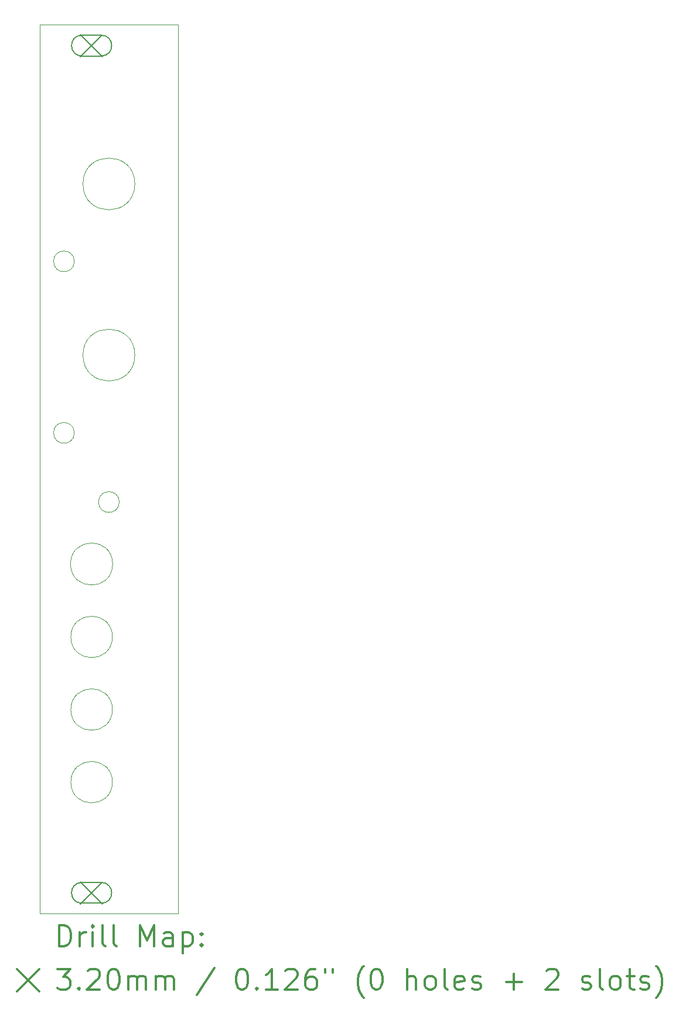
<source format=gbr>
%FSLAX45Y45*%
G04 Gerber Fmt 4.5, Leading zero omitted, Abs format (unit mm)*
G04 Created by KiCad (PCBNEW 5.1.9+dfsg1-1~bpo10+1) date 2022-05-13 01:17:32*
%MOMM*%
%LPD*%
G01*
G04 APERTURE LIST*
%TA.AperFunction,Profile*%
%ADD10C,0.100000*%
%TD*%
%ADD11C,0.200000*%
%ADD12C,0.300000*%
G04 APERTURE END LIST*
D10*
X6150000Y-10900000D02*
G75*
G03*
X6150000Y-10900000I-150000J0D01*
G01*
X6054138Y-11795862D02*
G75*
G03*
X6054138Y-11795862I-304138J0D01*
G01*
X6050000Y-14950000D02*
G75*
G03*
X6050000Y-14950000I-300000J0D01*
G01*
X6050000Y-13900000D02*
G75*
G03*
X6050000Y-13900000I-300000J0D01*
G01*
X6050000Y-12850000D02*
G75*
G03*
X6050000Y-12850000I-300000J0D01*
G01*
X5500000Y-7420000D02*
G75*
G03*
X5500000Y-7420000I-150000J0D01*
G01*
X5500000Y-9900000D02*
G75*
G03*
X5500000Y-9900000I-150000J0D01*
G01*
X7000000Y-16850000D02*
X7000000Y-15550000D01*
X7000000Y-13000000D02*
X7000000Y-15550000D01*
X7000000Y-7600000D02*
X7000000Y-13000000D01*
X5000000Y-16850000D02*
X5000000Y-4000000D01*
X7000000Y-16850000D02*
X5000000Y-16850000D01*
X7000000Y-4000000D02*
X7000000Y-7600000D01*
X5000000Y-4000000D02*
X7000000Y-4000000D01*
X6375000Y-8775000D02*
G75*
G03*
X6375000Y-8775000I-375000J0D01*
G01*
X6375000Y-6300000D02*
G75*
G03*
X6375000Y-6300000I-375000J0D01*
G01*
D11*
X5590000Y-4140000D02*
X5910000Y-4460000D01*
X5910000Y-4140000D02*
X5590000Y-4460000D01*
X5610000Y-4450000D02*
X5890000Y-4450000D01*
X5610000Y-4150000D02*
X5890000Y-4150000D01*
X5890000Y-4450000D02*
G75*
G03*
X5890000Y-4150000I0J150000D01*
G01*
X5610000Y-4150000D02*
G75*
G03*
X5610000Y-4450000I0J-150000D01*
G01*
X5590000Y-16390000D02*
X5910000Y-16710000D01*
X5910000Y-16390000D02*
X5590000Y-16710000D01*
X5610000Y-16700000D02*
X5890000Y-16700000D01*
X5610000Y-16400000D02*
X5890000Y-16400000D01*
X5890000Y-16700000D02*
G75*
G03*
X5890000Y-16400000I0J150000D01*
G01*
X5610000Y-16400000D02*
G75*
G03*
X5610000Y-16700000I0J-150000D01*
G01*
D12*
X5281428Y-17320714D02*
X5281428Y-17020714D01*
X5352857Y-17020714D01*
X5395714Y-17035000D01*
X5424286Y-17063572D01*
X5438571Y-17092143D01*
X5452857Y-17149286D01*
X5452857Y-17192143D01*
X5438571Y-17249286D01*
X5424286Y-17277857D01*
X5395714Y-17306429D01*
X5352857Y-17320714D01*
X5281428Y-17320714D01*
X5581428Y-17320714D02*
X5581428Y-17120714D01*
X5581428Y-17177857D02*
X5595714Y-17149286D01*
X5610000Y-17135000D01*
X5638571Y-17120714D01*
X5667143Y-17120714D01*
X5767143Y-17320714D02*
X5767143Y-17120714D01*
X5767143Y-17020714D02*
X5752857Y-17035000D01*
X5767143Y-17049286D01*
X5781428Y-17035000D01*
X5767143Y-17020714D01*
X5767143Y-17049286D01*
X5952857Y-17320714D02*
X5924286Y-17306429D01*
X5910000Y-17277857D01*
X5910000Y-17020714D01*
X6110000Y-17320714D02*
X6081428Y-17306429D01*
X6067143Y-17277857D01*
X6067143Y-17020714D01*
X6452857Y-17320714D02*
X6452857Y-17020714D01*
X6552857Y-17235000D01*
X6652857Y-17020714D01*
X6652857Y-17320714D01*
X6924286Y-17320714D02*
X6924286Y-17163572D01*
X6910000Y-17135000D01*
X6881428Y-17120714D01*
X6824286Y-17120714D01*
X6795714Y-17135000D01*
X6924286Y-17306429D02*
X6895714Y-17320714D01*
X6824286Y-17320714D01*
X6795714Y-17306429D01*
X6781428Y-17277857D01*
X6781428Y-17249286D01*
X6795714Y-17220714D01*
X6824286Y-17206429D01*
X6895714Y-17206429D01*
X6924286Y-17192143D01*
X7067143Y-17120714D02*
X7067143Y-17420714D01*
X7067143Y-17135000D02*
X7095714Y-17120714D01*
X7152857Y-17120714D01*
X7181428Y-17135000D01*
X7195714Y-17149286D01*
X7210000Y-17177857D01*
X7210000Y-17263572D01*
X7195714Y-17292143D01*
X7181428Y-17306429D01*
X7152857Y-17320714D01*
X7095714Y-17320714D01*
X7067143Y-17306429D01*
X7338571Y-17292143D02*
X7352857Y-17306429D01*
X7338571Y-17320714D01*
X7324286Y-17306429D01*
X7338571Y-17292143D01*
X7338571Y-17320714D01*
X7338571Y-17135000D02*
X7352857Y-17149286D01*
X7338571Y-17163572D01*
X7324286Y-17149286D01*
X7338571Y-17135000D01*
X7338571Y-17163572D01*
X4675000Y-17655000D02*
X4995000Y-17975000D01*
X4995000Y-17655000D02*
X4675000Y-17975000D01*
X5252857Y-17650714D02*
X5438571Y-17650714D01*
X5338571Y-17765000D01*
X5381428Y-17765000D01*
X5410000Y-17779286D01*
X5424286Y-17793572D01*
X5438571Y-17822143D01*
X5438571Y-17893572D01*
X5424286Y-17922143D01*
X5410000Y-17936429D01*
X5381428Y-17950714D01*
X5295714Y-17950714D01*
X5267143Y-17936429D01*
X5252857Y-17922143D01*
X5567143Y-17922143D02*
X5581428Y-17936429D01*
X5567143Y-17950714D01*
X5552857Y-17936429D01*
X5567143Y-17922143D01*
X5567143Y-17950714D01*
X5695714Y-17679286D02*
X5710000Y-17665000D01*
X5738571Y-17650714D01*
X5810000Y-17650714D01*
X5838571Y-17665000D01*
X5852857Y-17679286D01*
X5867143Y-17707857D01*
X5867143Y-17736429D01*
X5852857Y-17779286D01*
X5681428Y-17950714D01*
X5867143Y-17950714D01*
X6052857Y-17650714D02*
X6081428Y-17650714D01*
X6110000Y-17665000D01*
X6124286Y-17679286D01*
X6138571Y-17707857D01*
X6152857Y-17765000D01*
X6152857Y-17836429D01*
X6138571Y-17893572D01*
X6124286Y-17922143D01*
X6110000Y-17936429D01*
X6081428Y-17950714D01*
X6052857Y-17950714D01*
X6024286Y-17936429D01*
X6010000Y-17922143D01*
X5995714Y-17893572D01*
X5981428Y-17836429D01*
X5981428Y-17765000D01*
X5995714Y-17707857D01*
X6010000Y-17679286D01*
X6024286Y-17665000D01*
X6052857Y-17650714D01*
X6281428Y-17950714D02*
X6281428Y-17750714D01*
X6281428Y-17779286D02*
X6295714Y-17765000D01*
X6324286Y-17750714D01*
X6367143Y-17750714D01*
X6395714Y-17765000D01*
X6410000Y-17793572D01*
X6410000Y-17950714D01*
X6410000Y-17793572D02*
X6424286Y-17765000D01*
X6452857Y-17750714D01*
X6495714Y-17750714D01*
X6524286Y-17765000D01*
X6538571Y-17793572D01*
X6538571Y-17950714D01*
X6681428Y-17950714D02*
X6681428Y-17750714D01*
X6681428Y-17779286D02*
X6695714Y-17765000D01*
X6724286Y-17750714D01*
X6767143Y-17750714D01*
X6795714Y-17765000D01*
X6810000Y-17793572D01*
X6810000Y-17950714D01*
X6810000Y-17793572D02*
X6824286Y-17765000D01*
X6852857Y-17750714D01*
X6895714Y-17750714D01*
X6924286Y-17765000D01*
X6938571Y-17793572D01*
X6938571Y-17950714D01*
X7524286Y-17636429D02*
X7267143Y-18022143D01*
X7910000Y-17650714D02*
X7938571Y-17650714D01*
X7967143Y-17665000D01*
X7981428Y-17679286D01*
X7995714Y-17707857D01*
X8010000Y-17765000D01*
X8010000Y-17836429D01*
X7995714Y-17893572D01*
X7981428Y-17922143D01*
X7967143Y-17936429D01*
X7938571Y-17950714D01*
X7910000Y-17950714D01*
X7881428Y-17936429D01*
X7867143Y-17922143D01*
X7852857Y-17893572D01*
X7838571Y-17836429D01*
X7838571Y-17765000D01*
X7852857Y-17707857D01*
X7867143Y-17679286D01*
X7881428Y-17665000D01*
X7910000Y-17650714D01*
X8138571Y-17922143D02*
X8152857Y-17936429D01*
X8138571Y-17950714D01*
X8124286Y-17936429D01*
X8138571Y-17922143D01*
X8138571Y-17950714D01*
X8438571Y-17950714D02*
X8267143Y-17950714D01*
X8352857Y-17950714D02*
X8352857Y-17650714D01*
X8324286Y-17693572D01*
X8295714Y-17722143D01*
X8267143Y-17736429D01*
X8552857Y-17679286D02*
X8567143Y-17665000D01*
X8595714Y-17650714D01*
X8667143Y-17650714D01*
X8695714Y-17665000D01*
X8710000Y-17679286D01*
X8724286Y-17707857D01*
X8724286Y-17736429D01*
X8710000Y-17779286D01*
X8538571Y-17950714D01*
X8724286Y-17950714D01*
X8981428Y-17650714D02*
X8924286Y-17650714D01*
X8895714Y-17665000D01*
X8881428Y-17679286D01*
X8852857Y-17722143D01*
X8838571Y-17779286D01*
X8838571Y-17893572D01*
X8852857Y-17922143D01*
X8867143Y-17936429D01*
X8895714Y-17950714D01*
X8952857Y-17950714D01*
X8981428Y-17936429D01*
X8995714Y-17922143D01*
X9010000Y-17893572D01*
X9010000Y-17822143D01*
X8995714Y-17793572D01*
X8981428Y-17779286D01*
X8952857Y-17765000D01*
X8895714Y-17765000D01*
X8867143Y-17779286D01*
X8852857Y-17793572D01*
X8838571Y-17822143D01*
X9124286Y-17650714D02*
X9124286Y-17707857D01*
X9238571Y-17650714D02*
X9238571Y-17707857D01*
X9681428Y-18065000D02*
X9667143Y-18050714D01*
X9638571Y-18007857D01*
X9624286Y-17979286D01*
X9610000Y-17936429D01*
X9595714Y-17865000D01*
X9595714Y-17807857D01*
X9610000Y-17736429D01*
X9624286Y-17693572D01*
X9638571Y-17665000D01*
X9667143Y-17622143D01*
X9681428Y-17607857D01*
X9852857Y-17650714D02*
X9881428Y-17650714D01*
X9910000Y-17665000D01*
X9924286Y-17679286D01*
X9938571Y-17707857D01*
X9952857Y-17765000D01*
X9952857Y-17836429D01*
X9938571Y-17893572D01*
X9924286Y-17922143D01*
X9910000Y-17936429D01*
X9881428Y-17950714D01*
X9852857Y-17950714D01*
X9824286Y-17936429D01*
X9810000Y-17922143D01*
X9795714Y-17893572D01*
X9781428Y-17836429D01*
X9781428Y-17765000D01*
X9795714Y-17707857D01*
X9810000Y-17679286D01*
X9824286Y-17665000D01*
X9852857Y-17650714D01*
X10310000Y-17950714D02*
X10310000Y-17650714D01*
X10438571Y-17950714D02*
X10438571Y-17793572D01*
X10424286Y-17765000D01*
X10395714Y-17750714D01*
X10352857Y-17750714D01*
X10324286Y-17765000D01*
X10310000Y-17779286D01*
X10624286Y-17950714D02*
X10595714Y-17936429D01*
X10581428Y-17922143D01*
X10567143Y-17893572D01*
X10567143Y-17807857D01*
X10581428Y-17779286D01*
X10595714Y-17765000D01*
X10624286Y-17750714D01*
X10667143Y-17750714D01*
X10695714Y-17765000D01*
X10710000Y-17779286D01*
X10724286Y-17807857D01*
X10724286Y-17893572D01*
X10710000Y-17922143D01*
X10695714Y-17936429D01*
X10667143Y-17950714D01*
X10624286Y-17950714D01*
X10895714Y-17950714D02*
X10867143Y-17936429D01*
X10852857Y-17907857D01*
X10852857Y-17650714D01*
X11124286Y-17936429D02*
X11095714Y-17950714D01*
X11038571Y-17950714D01*
X11010000Y-17936429D01*
X10995714Y-17907857D01*
X10995714Y-17793572D01*
X11010000Y-17765000D01*
X11038571Y-17750714D01*
X11095714Y-17750714D01*
X11124286Y-17765000D01*
X11138571Y-17793572D01*
X11138571Y-17822143D01*
X10995714Y-17850714D01*
X11252857Y-17936429D02*
X11281428Y-17950714D01*
X11338571Y-17950714D01*
X11367143Y-17936429D01*
X11381428Y-17907857D01*
X11381428Y-17893572D01*
X11367143Y-17865000D01*
X11338571Y-17850714D01*
X11295714Y-17850714D01*
X11267143Y-17836429D01*
X11252857Y-17807857D01*
X11252857Y-17793572D01*
X11267143Y-17765000D01*
X11295714Y-17750714D01*
X11338571Y-17750714D01*
X11367143Y-17765000D01*
X11738571Y-17836429D02*
X11967143Y-17836429D01*
X11852857Y-17950714D02*
X11852857Y-17722143D01*
X12324286Y-17679286D02*
X12338571Y-17665000D01*
X12367143Y-17650714D01*
X12438571Y-17650714D01*
X12467143Y-17665000D01*
X12481428Y-17679286D01*
X12495714Y-17707857D01*
X12495714Y-17736429D01*
X12481428Y-17779286D01*
X12310000Y-17950714D01*
X12495714Y-17950714D01*
X12838571Y-17936429D02*
X12867143Y-17950714D01*
X12924286Y-17950714D01*
X12952857Y-17936429D01*
X12967143Y-17907857D01*
X12967143Y-17893572D01*
X12952857Y-17865000D01*
X12924286Y-17850714D01*
X12881428Y-17850714D01*
X12852857Y-17836429D01*
X12838571Y-17807857D01*
X12838571Y-17793572D01*
X12852857Y-17765000D01*
X12881428Y-17750714D01*
X12924286Y-17750714D01*
X12952857Y-17765000D01*
X13138571Y-17950714D02*
X13110000Y-17936429D01*
X13095714Y-17907857D01*
X13095714Y-17650714D01*
X13295714Y-17950714D02*
X13267143Y-17936429D01*
X13252857Y-17922143D01*
X13238571Y-17893572D01*
X13238571Y-17807857D01*
X13252857Y-17779286D01*
X13267143Y-17765000D01*
X13295714Y-17750714D01*
X13338571Y-17750714D01*
X13367143Y-17765000D01*
X13381428Y-17779286D01*
X13395714Y-17807857D01*
X13395714Y-17893572D01*
X13381428Y-17922143D01*
X13367143Y-17936429D01*
X13338571Y-17950714D01*
X13295714Y-17950714D01*
X13481428Y-17750714D02*
X13595714Y-17750714D01*
X13524286Y-17650714D02*
X13524286Y-17907857D01*
X13538571Y-17936429D01*
X13567143Y-17950714D01*
X13595714Y-17950714D01*
X13681428Y-17936429D02*
X13710000Y-17950714D01*
X13767143Y-17950714D01*
X13795714Y-17936429D01*
X13810000Y-17907857D01*
X13810000Y-17893572D01*
X13795714Y-17865000D01*
X13767143Y-17850714D01*
X13724286Y-17850714D01*
X13695714Y-17836429D01*
X13681428Y-17807857D01*
X13681428Y-17793572D01*
X13695714Y-17765000D01*
X13724286Y-17750714D01*
X13767143Y-17750714D01*
X13795714Y-17765000D01*
X13910000Y-18065000D02*
X13924286Y-18050714D01*
X13952857Y-18007857D01*
X13967143Y-17979286D01*
X13981428Y-17936429D01*
X13995714Y-17865000D01*
X13995714Y-17807857D01*
X13981428Y-17736429D01*
X13967143Y-17693572D01*
X13952857Y-17665000D01*
X13924286Y-17622143D01*
X13910000Y-17607857D01*
M02*

</source>
